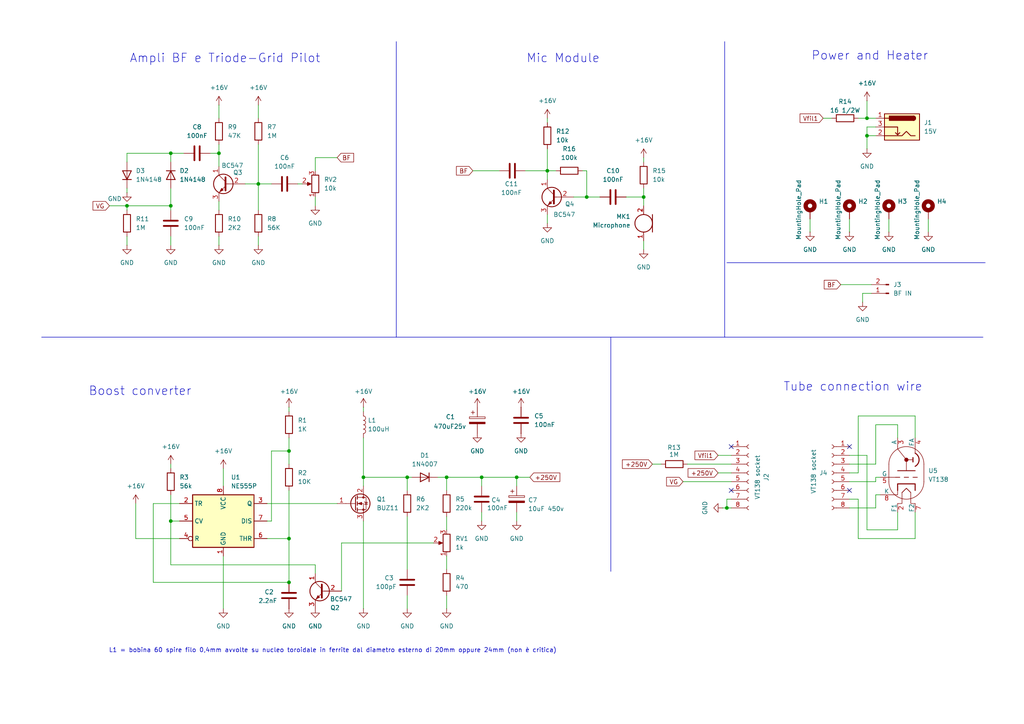
<source format=kicad_sch>
(kicad_sch (version 20231120) (generator "eeschema") (generator_version "8.0")
  (paper "A4")
  (title_block (title "Magic-eye  V-Meter") (date "10/12/2024") (rev "1.0") (company "Scorpione.Maker"))
  (lib_symbols
    (symbol "Connector:Barrel_Jack_Switch" (pin_names hide)
      (property "Reference" "J" (at 0 5.334 0))
      (property "Value" "Barrel_Jack_Switch" (at 0 -5.08 0))
      (symbol "Barrel_Jack_Switch_0_1"
        (rectangle (start -5.08 3.81) (end 5.08 -3.81) (stroke (width 0.254)) (fill (type background)))
        (arc (start -3.302 3.175) (mid -3.9343 2.54) (end -3.302 1.905) (stroke (width 0.254)))
        (arc (start -3.302 3.175) (mid -3.9343 2.54) (end -3.302 1.905) (stroke (width 0.254)) (fill (type outline)))
        (polyline (pts (xy 1.27 -2.286) (xy 1.905 -1.651)) (stroke (width 0.254)))
        (polyline (pts (xy 5.08 2.54) (xy 3.81 2.54)) (stroke (width 0.254)))
        (polyline (pts (xy 5.08 0) (xy 1.27 0) (xy 1.27 -2.286) (xy 0.635 -1.651)) (stroke (width 0.254)))
        (polyline (pts (xy -3.81 -2.54) (xy -2.54 -2.54) (xy -1.27 -1.27) (xy 0 -2.54) (xy 2.54 -2.54) (xy 5.08 -2.54)) (stroke (width 0.254)))
        (rectangle (start 3.683 3.175) (end -3.302 1.905) (stroke (width 0.254)) (fill (type outline)))
      )
      (symbol "Barrel_Jack_Switch_1_1"
        (pin passive line (at 7.62 2.54 180) (length 2.54) (name "~") (number "1"))
        (pin passive line (at 7.62 -2.54 180) (length 2.54) (name "~") (number "2"))
        (pin passive line (at 7.62 0 180) (length 2.54) (name "~") (number "3"))
      )
    )
    (symbol "Connector:Conn_01x02_Pin" (pin_names (offset 1.016) hide)
      (property "Reference" "J" (at 0 2.54 0))
      (property "Value" "Conn_01x02_Pin" (at 0 -5.08 0))
      (symbol "Conn_01x02_Pin_1_1"
        (polyline (pts (xy 1.27 -2.54) (xy 0.8636 -2.54)) (stroke (width 0.1524)))
        (polyline (pts (xy 1.27 0) (xy 0.8636 0)) (stroke (width 0.1524)))
        (rectangle (start 0.8636 -2.413) (end 0 -2.667) (stroke (width 0.1524)) (fill (type outline)))
        (rectangle (start 0.8636 0.127) (end 0 -0.127) (stroke (width 0.1524)) (fill (type outline)))
        (pin passive line (at 5.08 0 180) (length 3.81) (name "Pin_1") (number "1"))
        (pin passive line (at 5.08 -2.54 180) (length 3.81) (name "Pin_2") (number "2"))
      )
    )
    (symbol "Connector:Conn_01x08_Socket" (pin_names (offset 1.016) hide)
      (property "Reference" "J" (at 0 10.16 0))
      (property "Value" "Conn_01x08_Socket" (at 0 -12.7 0))
      (symbol "Conn_01x08_Socket_1_1"
        (arc (start 0 -9.652) (mid -0.5058 -10.16) (end 0 -10.668) (stroke (width 0.1524)))
        (arc (start 0 -7.112) (mid -0.5058 -7.62) (end 0 -8.128) (stroke (width 0.1524)))
        (arc (start 0 -4.572) (mid -0.5058 -5.08) (end 0 -5.588) (stroke (width 0.1524)))
        (arc (start 0 -2.032) (mid -0.5058 -2.54) (end 0 -3.048) (stroke (width 0.1524)))
        (polyline (pts (xy -1.27 -10.16) (xy -0.508 -10.16)) (stroke (width 0.1524)))
        (polyline (pts (xy -1.27 -7.62) (xy -0.508 -7.62)) (stroke (width 0.1524)))
        (polyline (pts (xy -1.27 -5.08) (xy -0.508 -5.08)) (stroke (width 0.1524)))
        (polyline (pts (xy -1.27 -2.54) (xy -0.508 -2.54)) (stroke (width 0.1524)))
        (polyline (pts (xy -1.27 0) (xy -0.508 0)) (stroke (width 0.1524)))
        (polyline (pts (xy -1.27 2.54) (xy -0.508 2.54)) (stroke (width 0.1524)))
        (polyline (pts (xy -1.27 5.08) (xy -0.508 5.08)) (stroke (width 0.1524)))
        (polyline (pts (xy -1.27 7.62) (xy -0.508 7.62)) (stroke (width 0.1524)))
        (arc (start 0 0.508) (mid -0.5058 0) (end 0 -0.508) (stroke (width 0.1524)))
        (arc (start 0 3.048) (mid -0.5058 2.54) (end 0 2.032) (stroke (width 0.1524)))
        (arc (start 0 5.588) (mid -0.5058 5.08) (end 0 4.572) (stroke (width 0.1524)))
        (arc (start 0 8.128) (mid -0.5058 7.62) (end 0 7.112) (stroke (width 0.1524)))
        (pin passive line (at -5.08 7.62 0) (length 3.81) (name "Pin_1") (number "1"))
        (pin passive line (at -5.08 5.08 0) (length 3.81) (name "Pin_2") (number "2"))
        (pin passive line (at -5.08 2.54 0) (length 3.81) (name "Pin_3") (number "3"))
        (pin passive line (at -5.08 0 0) (length 3.81) (name "Pin_4") (number "4"))
        (pin passive line (at -5.08 -2.54 0) (length 3.81) (name "Pin_5") (number "5"))
        (pin passive line (at -5.08 -5.08 0) (length 3.81) (name "Pin_6") (number "6"))
        (pin passive line (at -5.08 -7.62 0) (length 3.81) (name "Pin_7") (number "7"))
        (pin passive line (at -5.08 -10.16 0) (length 3.81) (name "Pin_8") (number "8"))
      )
    )
    (symbol "Device:C" (pin_numbers hide) (pin_names (offset 0.254))
      (property "Reference" "C" (at 0.635 2.54 0))
      (property "Value" "C" (at 0.635 -2.54 0))
      (symbol "C_0_1"
        (polyline (pts (xy -2.032 -0.762) (xy 2.032 -0.762)) (stroke (width 0.508)))
        (polyline (pts (xy -2.032 0.762) (xy 2.032 0.762)) (stroke (width 0.508)))
      )
      (symbol "C_1_1"
        (pin passive line (at 0 3.81 270) (length 2.794) (name "~") (number "1"))
        (pin passive line (at 0 -3.81 90) (length 2.794) (name "~") (number "2"))
      )
    )
    (symbol "Device:C_Polarized" (pin_numbers hide) (pin_names (offset 0.254))
      (property "Reference" "C" (at 0.635 2.54 0))
      (property "Value" "C_Polarized" (at 0.635 -2.54 0))
      (symbol "C_Polarized_0_1"
        (rectangle (start -2.286 0.508) (end 2.286 1.016))
        (polyline (pts (xy -1.778 2.286) (xy -0.762 2.286)))
        (polyline (pts (xy -1.27 2.794) (xy -1.27 1.778)))
        (rectangle (start 2.286 -0.508) (end -2.286 -1.016) (fill (type outline)))
      )
      (symbol "C_Polarized_1_1"
        (pin passive line (at 0 3.81 270) (length 2.794) (name "~") (number "1"))
        (pin passive line (at 0 -3.81 90) (length 2.794) (name "~") (number "2"))
      )
    )
    (symbol "Device:L" (pin_numbers hide) (pin_names (offset 1.016) hide)
      (property "Reference" "L" (at -1.27 0 90))
      (property "Value" "L" (at 1.905 0 90))
      (symbol "L_0_1"
        (arc (start 0 -2.54) (mid 0.6323 -1.905) (end 0 -1.27))
        (arc (start 0 -1.27) (mid 0.6323 -0.635) (end 0 0))
        (arc (start 0 0) (mid 0.6323 0.635) (end 0 1.27))
        (arc (start 0 1.27) (mid 0.6323 1.905) (end 0 2.54))
      )
      (symbol "L_1_1"
        (pin passive line (at 0 3.81 270) (length 1.27) (name "1") (number "1"))
        (pin passive line (at 0 -3.81 90) (length 1.27) (name "2") (number "2"))
      )
    )
    (symbol "Device:Microphone" (pin_names (offset 0.0254) hide)
      (property "Reference" "MK" (at -3.81 1.27 0))
      (property "Value" "Microphone" (at -3.81 -0.635 0))
      (symbol "Microphone_0_1"
        (polyline (pts (xy -2.54 2.54) (xy -2.54 -2.54)) (stroke (width 0.254)))
        (polyline (pts (xy 0.254 3.81) (xy 0.762 3.81)))
        (polyline (pts (xy 0.508 4.064) (xy 0.508 3.556)))
        (circle (center 0 0) (radius 2.54) (stroke (width 0.254)))
      )
      (symbol "Microphone_1_1"
        (pin passive line (at 0 -5.08 90) (length 2.54) (name "-") (number "1"))
        (pin passive line (at 0 5.08 270) (length 2.54) (name "+") (number "2"))
      )
    )
    (symbol "Device:R" (pin_numbers hide) (pin_names (offset 0))
      (property "Reference" "R" (at 2.032 0 90))
      (property "Value" "R" (at 0 0 90))
      (symbol "R_0_1"
        (rectangle (start -1.016 -2.54) (end 1.016 2.54) (stroke (width 0.254)))
      )
      (symbol "R_1_1"
        (pin passive line (at 0 3.81 270) (length 1.27) (name "~") (number "1"))
        (pin passive line (at 0 -3.81 90) (length 1.27) (name "~") (number "2"))
      )
    )
    (symbol "Device:R_Potentiometer" (pin_names (offset 1.016) hide)
      (property "Reference" "RV" (at -4.445 0 90))
      (property "Value" "R_Potentiometer" (at -2.54 0 90))
      (symbol "R_Potentiometer_0_1"
        (polyline (pts (xy 2.54 0) (xy 1.524 0)))
        (polyline (pts (xy 1.143 0) (xy 2.286 0.508) (xy 2.286 -0.508) (xy 1.143 0)) (fill (type outline)))
        (rectangle (start 1.016 2.54) (end -1.016 -2.54) (stroke (width 0.254)))
      )
      (symbol "R_Potentiometer_1_1"
        (pin passive line (at 0 3.81 270) (length 1.27) (name "1") (number "1"))
        (pin passive line (at 3.81 0 180) (length 1.27) (name "2") (number "2"))
        (pin passive line (at 0 -3.81 90) (length 1.27) (name "3") (number "3"))
      )
    )
    (symbol "Diode:1N4007" (pin_numbers hide) (pin_names hide)
      (property "Reference" "D" (at 0 2.54 0))
      (property "Value" "1N4007" (at 0 -2.54 0))
      (symbol "1N4007_0_1"
        (polyline (pts (xy -1.27 1.27) (xy -1.27 -1.27)) (stroke (width 0.254)))
        (polyline (pts (xy 1.27 0) (xy -1.27 0)))
        (polyline (pts (xy 1.27 1.27) (xy 1.27 -1.27) (xy -1.27 0) (xy 1.27 1.27)) (stroke (width 0.254)))
      )
      (symbol "1N4007_1_1"
        (pin passive line (at -3.81 0 0) (length 2.54) (name "K") (number "1"))
        (pin passive line (at 3.81 0 180) (length 2.54) (name "A") (number "2"))
      )
    )
    (symbol "Diode:1N4148" (pin_numbers hide) (pin_names hide)
      (property "Reference" "D" (at 0 2.54 0))
      (property "Value" "1N4148" (at 0 -2.54 0))
      (symbol "1N4148_0_1"
        (polyline (pts (xy -1.27 1.27) (xy -1.27 -1.27)) (stroke (width 0.254)))
        (polyline (pts (xy 1.27 0) (xy -1.27 0)))
        (polyline (pts (xy 1.27 1.27) (xy 1.27 -1.27) (xy -1.27 0) (xy 1.27 1.27)) (stroke (width 0.254)))
      )
      (symbol "1N4148_1_1"
        (pin passive line (at -3.81 0 0) (length 2.54) (name "K") (number "1"))
        (pin passive line (at 3.81 0 180) (length 2.54) (name "A") (number "2"))
      )
    )
    (symbol "Mechanical:MountingHole_Pad" (pin_numbers hide) (pin_names (offset 1.016) hide) (exclude_from_sim yes) (in_bom no)
      (property "Reference" "H" (at 0 6.35 0))
      (property "Value" "MountingHole_Pad" (at 0 4.445 0))
      (symbol "MountingHole_Pad_0_1"
        (circle (center 0 1.27) (radius 1.27) (stroke (width 1.27)))
      )
      (symbol "MountingHole_Pad_1_1"
        (pin input line (at 0 -2.54 90) (length 2.54) (name "1") (number "1"))
      )
    )
    (symbol "Timer:NE555P"
      (property "Reference" "U" (at -10.16 8.89 0))
      (property "Value" "NE555P" (at 2.54 8.89 0))
      (symbol "NE555P_0_0"
        (pin power_in line (at 0 -10.16 90) (length 2.54) (name "GND") (number "1"))
        (pin power_in line (at 0 10.16 270) (length 2.54) (name "VCC") (number "8"))
      )
      (symbol "NE555P_0_1"
        (rectangle (start -8.89 -7.62) (end 8.89 7.62) (stroke (width 0.254)) (fill (type background)))
        (rectangle (start -8.89 -7.62) (end 8.89 7.62) (stroke (width 0.254)) (fill (type background)))
      )
      (symbol "NE555P_1_1"
        (pin input line (at -12.7 5.08 0) (length 3.81) (name "TR") (number "2"))
        (pin output line (at 12.7 5.08 180) (length 3.81) (name "Q") (number "3"))
        (pin input inverted (at -12.7 -5.08 0) (length 3.81) (name "R") (number "4"))
        (pin input line (at -12.7 0 0) (length 3.81) (name "CV") (number "5"))
        (pin input line (at 12.7 -5.08 180) (length 3.81) (name "THR") (number "6"))
        (pin input line (at 12.7 0 180) (length 3.81) (name "DIS") (number "7"))
      )
    )
    (symbol "Transistor_BJT:BC547" (pin_names (offset 0) hide)
      (property "Reference" "Q" (at 5.08 1.905 0))
      (property "Value" "BC547" (at 5.08 0 0))
      (symbol "BC547_0_1"
        (polyline (pts (xy 0 0) (xy 0.635 0)))
        (polyline (pts (xy 0.635 0.635) (xy 2.54 2.54)))
        (polyline (pts (xy 0.635 -0.635) (xy 2.54 -2.54) (xy 2.54 -2.54)))
        (polyline (pts (xy 0.635 1.905) (xy 0.635 -1.905) (xy 0.635 -1.905)) (stroke (width 0.508)))
        (polyline (pts (xy 1.27 -1.778) (xy 1.778 -1.27) (xy 2.286 -2.286) (xy 1.27 -1.778) (xy 1.27 -1.778)) (fill (type outline)))
        (circle (center 1.27 0) (radius 2.8194) (stroke (width 0.254)))
      )
      (symbol "BC547_1_1"
        (pin passive line (at 2.54 5.08 270) (length 2.54) (name "C") (number "1"))
        (pin input line (at -5.08 0 0) (length 5.08) (name "B") (number "2"))
        (pin passive line (at 2.54 -5.08 90) (length 2.54) (name "E") (number "3"))
      )
    )
    (symbol "Transistor_FET:BUZ11" (pin_names hide)
      (property "Reference" "Q" (at 5.08 1.905 0))
      (property "Value" "BUZ11" (at 5.08 0 0))
      (symbol "BUZ11_0_1"
        (polyline (pts (xy 0.254 0) (xy -2.54 0)))
        (polyline (pts (xy 0.254 1.905) (xy 0.254 -1.905)) (stroke (width 0.254)))
        (polyline (pts (xy 0.762 -1.27) (xy 0.762 -2.286)) (stroke (width 0.254)))
        (polyline (pts (xy 0.762 0.508) (xy 0.762 -0.508)) (stroke (width 0.254)))
        (polyline (pts (xy 0.762 2.286) (xy 0.762 1.27)) (stroke (width 0.254)))
        (polyline (pts (xy 2.54 2.54) (xy 2.54 1.778)))
        (polyline (pts (xy 2.54 -2.54) (xy 2.54 0) (xy 0.762 0)))
        (polyline (pts (xy 0.762 -1.778) (xy 3.302 -1.778) (xy 3.302 1.778) (xy 0.762 1.778)))
        (polyline (pts (xy 1.016 0) (xy 2.032 0.381) (xy 2.032 -0.381) (xy 1.016 0)) (fill (type outline)))
        (polyline (pts (xy 2.794 0.508) (xy 2.921 0.381) (xy 3.683 0.381) (xy 3.81 0.254)))
        (polyline (pts (xy 3.302 0.381) (xy 2.921 -0.254) (xy 3.683 -0.254) (xy 3.302 0.381)))
        (circle (center 1.651 0) (radius 2.794) (stroke (width 0.254)))
        (circle (center 2.54 -1.778) (radius 0.254) (fill (type outline)))
        (circle (center 2.54 1.778) (radius 0.254) (fill (type outline)))
      )
      (symbol "BUZ11_1_1"
        (pin input line (at -5.08 0 0) (length 2.54) (name "G") (number "1"))
        (pin passive line (at 2.54 5.08 270) (length 2.54) (name "D") (number "2"))
        (pin passive line (at 2.54 -5.08 90) (length 2.54) (name "S") (number "3"))
      )
    )
    (symbol "Valve:VT138" (pin_names (offset 0))
      (property "Reference" "U2" (at 6.35 1.2701 0))
      (property "Value" "VT138" (at 6.35 -1.2699 0))
      (symbol "VT138_0_1"
        (arc (start -5.08 -2.54) (mid 0 -7.5979) (end 5.08 -2.54))
        (polyline (pts (xy 5.08 2.54) (xy 5.08 -2.54)))
        (polyline (pts (xy -5.08 2.54) (xy -5.08 -2.54) (xy -5.08 -2.54)))
        (arc (start 5.08 2.54) (mid 0 7.5979) (end -5.08 2.54))
      )
      (symbol "VT138_1_0"
        (polyline (pts (xy -0.635 -1.27) (xy 0.635 -1.27)) (stroke (width 0.2032)))
        (polyline (pts (xy 1.905 -1.27) (xy 3.175 -1.27)) (stroke (width 0.2032)))
      )
      (symbol "VT138_1_1"
        (polyline (pts (xy -5.08 -1.27) (xy -3.175 -1.27)))
        (polyline (pts (xy -1.905 -1.27) (xy -3.175 -1.27)) (stroke (width 0.2032)))
        (polyline (pts (xy 0 0.635) (xy 0 3.81)))
        (polyline (pts (xy 1.778 5.08) (xy 1.778 5.08)))
        (polyline (pts (xy 1.905 3.81) (xy 0 3.81)))
        (polyline (pts (xy 1.905 4.445) (xy 1.905 3.175)) (stroke (width 0.3)))
        (polyline (pts (xy 2.54 7.62) (xy 2.54 5.715)))
        (polyline (pts (xy -3.81 -6.35) (xy -2.54 -6.35) (xy -2.54 -5.08)))
        (polyline (pts (xy -2.54 -8.89) (xy -1.27 -8.89) (xy -1.27 -5.715)))
        (polyline (pts (xy -2.54 0.635) (xy 2.54 0.635) (xy 2.54 0.635)) (stroke (width 0.254)))
        (polyline (pts (xy -1.27 -5.715) (xy 0 -4.445) (xy 1.27 -5.715)) (stroke (width 0.2)))
        (polyline (pts (xy 0 3.81) (xy -2.54 6.985) (xy -2.54 7.62)))
        (polyline (pts (xy 2.54 -8.89) (xy 1.27 -8.89) (xy 1.27 -5.715)))
        (polyline (pts (xy -2.54 -5.08) (xy -2.54 -3.175) (xy 2.54 -3.175) (xy 2.54 -5.08)) (stroke (width 0.3)))
        (circle (center 0 3.81) (radius 0.0001) (stroke (width 0.6)))
        (arc (start 2.54 1.905) (mid 3.6821 3.81) (end 2.54 5.715) (stroke (width 0.3)))
        (pin input line (at -2.54 -11.43 90) (length 2.54) (name "F1") (number "2"))
        (pin output line (at -2.54 10.16 270) (length 2.54) (name "A") (number "3"))
        (pin output line (at 2.54 10.16 270) (length 2.54) (name "FA") (number "4"))
        (pin input line (at -7.62 -1.27 0) (length 2.54) (name "G") (number "5"))
        (pin input line (at 2.54 -11.43 90) (length 2.54) (name "F2") (number "7"))
        (pin power_in line (at -7.62 -6.35 0) (length 3.81) (name "K") (number "8"))
      )
    )
    (symbol "power:GND" (power) (pin_numbers hide) (pin_names (offset 0) hide)
      (property "Value" "GND" (at 0 -3.81 0))
      (symbol "GND_0_1"
        (polyline (pts (xy 0 0) (xy 0 -1.27) (xy 1.27 -1.27) (xy 0 -2.54) (xy -1.27 -1.27) (xy 0 -1.27)))
      )
      (symbol "GND_1_1"
        (pin power_in line (at 0 0 270) (length 0) (name "~") (number "1"))
      )
    )
    (symbol "power:VDC" (power) (pin_numbers hide) (pin_names (offset 0) hide)
      (property "Value" "VDC" (at 0 3.556 0))
      (symbol "VDC_0_1"
        (polyline (pts (xy -0.762 1.27) (xy 0 2.54)))
        (polyline (pts (xy 0 0) (xy 0 2.54)))
        (polyline (pts (xy 0 2.54) (xy 0.762 1.27)))
      )
      (symbol "VDC_1_1"
        (pin power_in line (at 0 0 90) (length 0) (name "~") (number "1"))
      )
    )
  )
  (junction (at 83.82 130.81))
  (junction (at 149.86 138.43))
  (junction (at 186.69 57.15))
  (junction (at 105.41 138.43))
  (junction (at 251.46 34.29))
  (junction (at 83.82 168.91))
  (junction (at 118.11 138.43))
  (junction (at 74.93 53.34))
  (junction (at 49.53 151.13))
  (junction (at 210.82 147.32))
  (junction (at 139.7 138.43))
  (junction (at 251.46 39.37))
  (junction (at 170.18 57.15))
  (junction (at 83.82 156.21))
  (junction (at 49.53 44.45))
  (junction (at 158.75 49.53))
  (junction (at 49.53 59.69))
  (junction (at 36.83 59.69))
  (junction (at 63.5 44.45))
  (junction (at 129.54 138.43))
  (no_connect (at 246.38 142.24))
  (no_connect (at 246.38 129.54))
  (no_connect (at 212.09 129.54))
  (no_connect (at 212.09 142.24))
  (wire (pts (xy 139.7 138.43) (xy 139.7 140.97)))
  (wire (pts (xy 44.45 168.91) (xy 83.82 168.91)))
  (wire (pts (xy 158.75 49.53) (xy 158.75 52.07)))
  (wire (pts (xy 139.7 138.43) (xy 149.86 138.43)))
  (wire (pts (xy 49.53 151.13) (xy 49.53 163.83)))
  (wire (pts (xy 251.46 34.29) (xy 248.92 34.29)))
  (wire (pts (xy 186.69 69.85) (xy 186.69 72.39)))
  (wire (pts (xy 118.11 138.43) (xy 119.38 138.43)))
  (wire (pts (xy 137.16 49.53) (xy 144.78 49.53)))
  (wire (pts (xy 149.86 148.59) (xy 149.86 151.13)))
  (wire (pts (xy 36.83 59.69) (xy 36.83 60.96)))
  (wire (pts (xy 254 138.43) (xy 255.27 138.43)))
  (wire (pts (xy 60.96 44.45) (xy 63.5 44.45)))
  (wire (pts (xy 139.7 151.13) (xy 139.7 148.59)))
  (wire (pts (xy 36.83 54.61) (xy 36.83 55.88)))
  (wire (pts (xy 181.61 57.15) (xy 186.69 57.15)))
  (wire (pts (xy 257.81 63.5) (xy 257.81 67.31)))
  (wire (pts (xy 212.09 139.7) (xy 198.12 139.7)))
  (polyline (pts (xy 210.82 76.2) (xy 285.75 76.2)))
  (wire (pts (xy 105.41 138.43) (xy 105.41 140.97)))
  (wire (pts (xy 63.5 44.45) (xy 63.5 48.26)))
  (wire (pts (xy 212.09 134.62) (xy 199.39 134.62)))
  (wire (pts (xy 251.46 29.21) (xy 251.46 34.29)))
  (wire (pts (xy 246.38 63.5) (xy 246.38 67.31)))
  (wire (pts (xy 170.18 49.53) (xy 170.18 57.15)))
  (wire (pts (xy 44.45 146.05) (xy 44.45 168.91)))
  (wire (pts (xy 74.93 30.48) (xy 74.93 34.29)))
  (wire (pts (xy 260.35 153.67) (xy 260.35 148.59)))
  (wire (pts (xy 105.41 138.43) (xy 118.11 138.43)))
  (wire (pts (xy 250.19 85.09) (xy 250.19 87.63)))
  (wire (pts (xy 170.18 57.15) (xy 173.99 57.15)))
  (wire (pts (xy 166.37 57.15) (xy 170.18 57.15)))
  (wire (pts (xy 105.41 119.38) (xy 105.41 118.11)))
  (wire (pts (xy 83.82 168.91) (xy 83.82 156.21)))
  (wire (pts (xy 251.46 153.67) (xy 260.35 153.67)))
  (wire (pts (xy 99.06 157.48) (xy 125.73 157.48)))
  (wire (pts (xy 251.46 36.83) (xy 251.46 39.37)))
  (wire (pts (xy 246.38 134.62) (xy 254 134.62)))
  (wire (pts (xy 254 39.37) (xy 251.46 39.37)))
  (wire (pts (xy 186.69 54.61) (xy 186.69 57.15)))
  (wire (pts (xy 149.86 138.43) (xy 153.67 138.43)))
  (wire (pts (xy 243.84 82.55) (xy 252.73 82.55)))
  (wire (pts (xy 158.75 43.18) (xy 158.75 49.53)))
  (wire (pts (xy 31.75 59.69) (xy 36.83 59.69)))
  (wire (pts (xy 49.53 163.83) (xy 91.44 163.83)))
  (wire (pts (xy 265.43 120.65) (xy 265.43 127)))
  (wire (pts (xy 91.44 45.72) (xy 97.79 45.72)))
  (wire (pts (xy 265.43 156.21) (xy 265.43 148.59)))
  (wire (pts (xy 83.82 130.81) (xy 78.74 130.81)))
  (wire (pts (xy 83.82 130.81) (xy 83.82 134.62)))
  (wire (pts (xy 74.93 68.58) (xy 74.93 71.12)))
  (wire (pts (xy 251.46 39.37) (xy 251.46 43.18)))
  (wire (pts (xy 254 123.19) (xy 260.35 123.19)))
  (wire (pts (xy 91.44 163.83) (xy 91.44 166.37)))
  (wire (pts (xy 212.09 144.78) (xy 210.82 144.78)))
  (wire (pts (xy 168.91 49.53) (xy 170.18 49.53)))
  (wire (pts (xy 251.46 132.08) (xy 251.46 153.67)))
  (wire (pts (xy 63.5 68.58) (xy 63.5 71.12)))
  (wire (pts (xy 91.44 57.15) (xy 91.44 59.69)))
  (wire (pts (xy 129.54 149.86) (xy 129.54 153.67)))
  (wire (pts (xy 78.74 130.81) (xy 78.74 151.13)))
  (wire (pts (xy 78.74 151.13) (xy 77.47 151.13)))
  (wire (pts (xy 158.75 49.53) (xy 161.29 49.53)))
  (wire (pts (xy 36.83 68.58) (xy 36.83 71.12)))
  (polyline (pts (xy 114.935 12.065) (xy 114.935 97.79)))
  (wire (pts (xy 186.69 57.15) (xy 186.69 59.69)))
  (wire (pts (xy 39.37 146.05) (xy 39.37 156.21)))
  (wire (pts (xy 86.36 53.34) (xy 87.63 53.34)))
  (wire (pts (xy 149.86 138.43) (xy 149.86 140.97)))
  (wire (pts (xy 254 134.62) (xy 254 123.19)))
  (polyline (pts (xy 177.165 97.79) (xy 177.165 165.735)))
  (wire (pts (xy 49.53 59.69) (xy 36.83 59.69)))
  (wire (pts (xy 248.92 120.65) (xy 265.43 120.65)))
  (wire (pts (xy 49.53 59.69) (xy 49.53 60.96)))
  (wire (pts (xy 254 139.7) (xy 254 138.43)))
  (wire (pts (xy 248.92 137.16) (xy 248.92 120.65)))
  (wire (pts (xy 248.92 144.78) (xy 248.92 156.21)))
  (wire (pts (xy 254 147.32) (xy 254 143.51)))
  (wire (pts (xy 210.82 147.32) (xy 209.55 147.32)))
  (wire (pts (xy 246.38 144.78) (xy 248.92 144.78)))
  (wire (pts (xy 64.77 135.89) (xy 64.77 140.97)))
  (wire (pts (xy 74.93 53.34) (xy 78.74 53.34)))
  (wire (pts (xy 77.47 146.05) (xy 97.79 146.05)))
  (wire (pts (xy 83.82 127) (xy 83.82 130.81)))
  (wire (pts (xy 129.54 172.72) (xy 129.54 176.53)))
  (wire (pts (xy 234.95 63.5) (xy 234.95 67.31)))
  (wire (pts (xy 49.53 68.58) (xy 49.53 71.12)))
  (wire (pts (xy 241.3 34.29) (xy 238.76 34.29)))
  (wire (pts (xy 74.93 41.91) (xy 74.93 53.34)))
  (wire (pts (xy 49.53 143.51) (xy 49.53 151.13)))
  (wire (pts (xy 158.75 34.29) (xy 158.75 35.56)))
  (wire (pts (xy 152.4 49.53) (xy 158.75 49.53)))
  (wire (pts (xy 129.54 138.43) (xy 139.7 138.43)))
  (wire (pts (xy 186.69 45.72) (xy 186.69 46.99)))
  (polyline (pts (xy 12.065 97.79) (xy 285.115 97.79)))
  (wire (pts (xy 63.5 41.91) (xy 63.5 44.45)))
  (wire (pts (xy 118.11 149.86) (xy 118.11 165.1)))
  (wire (pts (xy 77.47 156.21) (xy 83.82 156.21)))
  (wire (pts (xy 127 138.43) (xy 129.54 138.43)))
  (wire (pts (xy 129.54 161.29) (xy 129.54 165.1)))
  (wire (pts (xy 260.35 123.19) (xy 260.35 127)))
  (wire (pts (xy 39.37 156.21) (xy 52.07 156.21)))
  (wire (pts (xy 254 36.83) (xy 251.46 36.83)))
  (wire (pts (xy 191.77 134.62) (xy 189.23 134.62)))
  (wire (pts (xy 212.09 132.08) (xy 208.28 132.08)))
  (wire (pts (xy 53.34 44.45) (xy 49.53 44.45)))
  (wire (pts (xy 83.82 119.38) (xy 83.82 118.11)))
  (wire (pts (xy 246.38 139.7) (xy 254 139.7)))
  (wire (pts (xy 246.38 147.32) (xy 254 147.32)))
  (wire (pts (xy 212.09 137.16) (xy 208.28 137.16)))
  (wire (pts (xy 99.06 171.45) (xy 99.06 157.48)))
  (wire (pts (xy 105.41 151.13) (xy 105.41 176.53)))
  (wire (pts (xy 248.92 156.21) (xy 265.43 156.21)))
  (wire (pts (xy 36.83 44.45) (xy 36.83 46.99)))
  (wire (pts (xy 158.75 62.23) (xy 158.75 64.77)))
  (wire (pts (xy 105.41 127) (xy 105.41 138.43)))
  (wire (pts (xy 210.82 144.78) (xy 210.82 147.32)))
  (wire (pts (xy 212.09 147.32) (xy 210.82 147.32)))
  (wire (pts (xy 254 143.51) (xy 255.27 143.51)))
  (wire (pts (xy 246.38 137.16) (xy 248.92 137.16)))
  (wire (pts (xy 118.11 172.72) (xy 118.11 176.53)))
  (wire (pts (xy 246.38 132.08) (xy 251.46 132.08)))
  (wire (pts (xy 254 34.29) (xy 251.46 34.29)))
  (wire (pts (xy 118.11 138.43) (xy 118.11 142.24)))
  (wire (pts (xy 63.5 58.42) (xy 63.5 60.96)))
  (wire (pts (xy 49.53 54.61) (xy 49.53 59.69)))
  (wire (pts (xy 129.54 138.43) (xy 129.54 142.24)))
  (wire (pts (xy 74.93 53.34) (xy 74.93 60.96)))
  (wire (pts (xy 269.24 63.5) (xy 269.24 67.31)))
  (wire (pts (xy 64.77 161.29) (xy 64.77 176.53)))
  (wire (pts (xy 44.45 146.05) (xy 52.07 146.05)))
  (wire (pts (xy 49.53 44.45) (xy 36.83 44.45)))
  (wire (pts (xy 63.5 30.48) (xy 63.5 34.29)))
  (wire (pts (xy 49.53 44.45) (xy 49.53 46.99)))
  (wire (pts (xy 83.82 142.24) (xy 83.82 156.21)))
  (wire (pts (xy 252.73 85.09) (xy 250.19 85.09)))
  (wire (pts (xy 71.12 53.34) (xy 74.93 53.34)))
  (polyline (pts (xy 210.185 12.065) (xy 210.185 97.79)))
  (wire (pts (xy 49.53 134.62) (xy 49.53 135.89)))
  (wire (pts (xy 49.53 151.13) (xy 52.07 151.13)))
  (wire (pts (xy 91.44 45.72) (xy 91.44 49.53)))
  (text "Boost converter" (at 40.64 113.538 0) (effects (font (size 2.5 2.5))))
  (text "Power and Heater " (at 253.238 16.256 0) (effects (font (size 2.5 2.5))))
  (text "Mic Module" (at 163.322 17.018 0) (effects (font (size 2.5 2.5))))
  (text "Tube connection wire" (at 247.396 112.268 0) (effects (font (size 2.5 2.5))))
  (text "L1 = bobina 60 spire filo 0,4mm avvolte su nucleo toroidale in ferrite dal diametro esterno di 20mm oppure 24mm (non è critica)" (at 96.52 188.722 0) (effects (font (size 1.27 1.27))))
  (text "Ampli BF e Triode-Grid Pilot" (at 65.278 17.018 0) (effects (font (size 2.5 2.5))))
  (global_label "BF" (shape input) (at 97.79 45.72 0) (property "Intersheetrefs" "${INTERSHEET_REFS}" (effects (hide yes))))
  (global_label "+250V" (shape input) (at 153.67 138.43 0) (property "Intersheetrefs" "${INTERSHEET_REFS}" (effects (hide yes))))
  (global_label "BF" (shape input) (at 137.16 49.53 180) (property "Intersheetrefs" "${INTERSHEET_REFS}" (effects (hide yes))))
  (global_label "Vfil1" (shape input) (at 208.28 132.08 180) (property "Intersheetrefs" "${INTERSHEET_REFS}" (effects (hide yes))))
  (global_label "VG" (shape input) (at 31.75 59.69 180) (property "Intersheetrefs" "${INTERSHEET_REFS}" (effects (hide yes))))
  (global_label "BF" (shape input) (at 243.84 82.55 180) (property "Intersheetrefs" "${INTERSHEET_REFS}" (effects (hide yes))))
  (global_label "Vfil1" (shape input) (at 238.76 34.29 180) (property "Intersheetrefs" "${INTERSHEET_REFS}" (effects (hide yes))))
  (global_label "+250V" (shape input) (at 189.23 134.62 180) (property "Intersheetrefs" "${INTERSHEET_REFS}" (effects (hide yes))))
  (global_label "VG" (shape input) (at 198.12 139.7 180) (property "Intersheetrefs" "${INTERSHEET_REFS}" (effects (hide yes))))
  (global_label "+250V" (shape input) (at 208.28 137.16 180) (property "Intersheetrefs" "${INTERSHEET_REFS}" (effects (hide yes))))
  (symbol (lib_id "power:GND") (at 149.86 151.13 0) (unit 1)
    (property "Reference" "#PWR011" (effects (hide yes)))
    (property "Value" "GND" (at 149.86 156.21 0))
    (property "Description" "Power symbol creates a global label with name \"GND\" , ground" (effects (hide yes)))
  )
  (symbol (lib_id "power:GND") (at 83.82 176.53 0) (unit 1)
    (property "Reference" "#PWR04" (effects (hide yes)))
    (property "Value" "GND" (at 83.82 181.61 0))
    (property "Description" "Power symbol creates a global label with name \"GND\" , ground" (effects (hide yes)))
  )
  (symbol (lib_id "Connector:Conn_01x08_Socket") (at 217.17 137.16 0) (unit 1)
    (property "Reference" "J2" (at 222.25 138.43 90))
    (property "Value" "VT138 socket" (at 219.71 138.43 90))
    (property "Footprint" "Connector_TE-Connectivity:TE_826576-8_1x08_P3.96mm_Vertical" (effects (hide yes)))
    (property "Description" "Generic connector, single row, 01x08, script generated" (effects (hide yes)))
  )
  (symbol (lib_id "power:GND") (at 234.95 67.31 0) (mirror y) (unit 1)
    (property "Reference" "#PWR034" (effects (hide yes)))
    (property "Value" "GND" (at 234.95 72.39 0))
    (property "Description" "Power symbol creates a global label with name \"GND\" , ground" (effects (hide yes)))
  )
  (symbol (lib_id "power:GND") (at 257.81 67.31 0) (mirror y) (unit 1)
    (property "Reference" "#PWR036" (effects (hide yes)))
    (property "Value" "GND" (at 257.81 72.39 0))
    (property "Description" "Power symbol creates a global label with name \"GND\" , ground" (effects (hide yes)))
  )
  (symbol (lib_id "Valve:VT138") (at 262.89 137.16 0) (unit 1)
    (property "Reference" "U5" (at 269.24 136.5249 0) (effects (justify left)))
    (property "Value" "VT138" (at 269.24 139.0649 0) (effects (justify left)))
    (property "Footprint" "Valve:Valve_Noval_P" (effects (hide yes)))
    (property "Description" "indicator tube \"magic eye\"" (effects (hide yes)))
  )
  (symbol (lib_id "power:VDC") (at 151.13 118.11 0) (unit 1)
    (property "Reference" "#PWR016" (effects (hide yes)))
    (property "Value" "+16V" (at 151.13 113.538 0))
    (property "Description" "Power symbol creates a global label with name \"VDC\"" (effects (hide yes)))
  )
  (symbol (lib_id "power:VDC") (at 105.41 118.11 0) (unit 1)
    (property "Reference" "#PWR017" (effects (hide yes)))
    (property "Value" "+16V" (at 105.41 113.538 0))
    (property "Description" "Power symbol creates a global label with name \"VDC\"" (effects (hide yes)))
  )
  (symbol (lib_id "Transistor_BJT:BC547") (at 93.98 171.45 0) (mirror y) (unit 1)
    (property "Reference" "Q2" (at 98.552 176.276 0) (effects (justify left)))
    (property "Value" "BC547" (at 102.108 173.736 0) (effects (justify left)))
    (property "Footprint" "Package_TO_SOT_THT:TO-92_Inline_Wide" (effects (hide yes)))
    (property "Datasheet" "https://www.onsemi.com/pub/Collateral/BC550-D.pdf" (effects (hide yes)))
    (property "Description" "0.1A Ic, 45V Vce, Small Signal NPN Transistor, TO-92" (effects (hide yes)))
  )
  (symbol (lib_id "power:VDC") (at 138.43 118.11 0) (unit 1)
    (property "Reference" "#PWR014" (effects (hide yes)))
    (property "Value" "+16V" (at 138.43 113.538 0))
    (property "Description" "Power symbol creates a global label with name \"VDC\"" (effects (hide yes)))
  )
  (symbol (lib_id "Device:C_Polarized") (at 138.43 121.92 0) (unit 1)
    (property "Reference" "C1" (at 129.286 120.904 0) (effects (justify left)))
    (property "Value" "470uF25v" (at 125.73 123.698 0) (effects (justify left)))
    (property "Footprint" "Capacitor_THT:CP_Radial_D10.0mm_P5.00mm" (effects (hide yes)))
    (property "Description" "Polarized capacitor" (effects (hide yes)))
  )
  (symbol (lib_id "Device:R") (at 186.69 50.8 180) (unit 1)
    (property "Reference" "R15" (at 189.23 49.5299 0) (effects (justify right)))
    (property "Value" "10k" (at 189.23 52.0699 0) (effects (justify right)))
    (property "Footprint" "Resistor_THT:R_Axial_DIN0207_L6.3mm_D2.5mm_P10.16mm_Horizontal" (effects (hide yes)))
    (property "Description" "Resistor" (effects (hide yes)))
  )
  (symbol (lib_id "power:VDC") (at 39.37 146.05 0) (unit 1)
    (property "Reference" "#PWR020" (effects (hide yes)))
    (property "Value" "+16V" (at 39.37 140.97 0))
    (property "Description" "Power symbol creates a global label with name \"VDC\"" (effects (hide yes)))
  )
  (symbol (lib_id "Timer:NE555P") (at 64.77 151.13 0) (unit 1)
    (property "Reference" "U1" (at 66.9641 138.43 0) (effects (justify left)))
    (property "Value" "NE555P" (at 66.9641 140.97 0) (effects (justify left)))
    (property "Footprint" "Package_DIP:DIP-8_W7.62mm" (effects (hide yes)))
    (property "Datasheet" "http://www.ti.com/lit/ds/symlink/ne555.pdf" (effects (hide yes)))
    (property "Description" "Precision Timers, 555 compatible,  PDIP-8" (effects (hide yes)))
  )
  (symbol (lib_id "power:GND") (at 118.11 176.53 0) (unit 1)
    (property "Reference" "#PWR06" (effects (hide yes)))
    (property "Value" "GND" (at 118.11 181.61 0))
    (property "Description" "Power symbol creates a global label with name \"GND\" , ground" (effects (hide yes)))
  )
  (symbol (lib_id "Mechanical:MountingHole_Pad") (at 269.24 60.96 0) (unit 1) (exclude_from_sim yes) (in_bom no)
    (property "Reference" "H4" (at 271.78 58.4199 0) (effects (justify left)))
    (property "Value" "MountingHole_Pad" (at 265.938 69.596 90) (effects (justify left)))
    (property "Footprint" "MountingHole:MountingHole_3.2mm_M3_DIN965_Pad" (effects (hide yes)))
    (property "Description" "Mounting Hole with connection" (effects (hide yes)))
  )
  (symbol (lib_id "Device:C_Polarized") (at 149.86 144.78 0) (unit 1)
    (property "Reference" "C7" (at 153.162 145.034 0) (effects (justify left)))
    (property "Value" "10uF 450v" (at 153.162 147.574 0) (effects (justify left)))
    (property "Footprint" "Capacitor_THT:CP_Radial_D10.0mm_P5.00mm" (effects (hide yes)))
    (property "Description" "Polarized capacitor" (effects (hide yes)))
  )
  (symbol (lib_id "Connector:Conn_01x02_Pin") (at 257.81 85.09 180) (unit 1)
    (property "Reference" "J3" (at 259.08 82.5499 0) (effects (justify right)))
    (property "Value" "BF IN" (at 259.08 85.0899 0) (effects (justify right)))
    (property "Footprint" "Connector_PinHeader_2.54mm:PinHeader_1x02_P2.54mm_Vertical" (effects (hide yes)))
    (property "Description" "Generic connector, single row, 01x02, script generated" (effects (hide yes)))
  )
  (symbol (lib_id "power:VDC") (at 63.5 30.48 0) (unit 1)
    (property "Reference" "#PWR022" (effects (hide yes)))
    (property "Value" "+16V" (at 63.5 25.4 0))
    (property "Description" "Power symbol creates a global label with name \"VDC\"" (effects (hide yes)))
  )
  (symbol (lib_id "Diode:1N4148") (at 49.53 50.8 270) (unit 1)
    (property "Reference" "D2" (at 52.07 49.5299 90) (effects (justify left)))
    (property "Value" "1N4148" (at 52.07 52.0699 90) (effects (justify left)))
    (property "Footprint" "Diode_THT:D_DO-35_SOD27_P7.62mm_Horizontal" (effects (hide yes)))
    (property "Datasheet" "https://assets.nexperia.com/documents/data-sheet/1N4148_1N4448.pdf" (effects (hide yes)))
    (property "Description" "100V 0.15A standard switching diode, DO-35" (effects (hide yes)))
    (property "Sim.Device" "D" (effects (hide yes)))
    (property "Sim.Pins" "1=K 2=A" (effects (hide yes)))
  )
  (symbol (lib_id "Device:R") (at 195.58 134.62 90) (unit 1)
    (property "Reference" "R13" (at 193.548 129.794 90) (effects (justify right)))
    (property "Value" "1M" (at 194.056 131.826 90) (effects (justify right)))
    (property "Footprint" "Resistor_THT:R_Axial_DIN0207_L6.3mm_D2.5mm_P10.16mm_Horizontal" (effects (hide yes)))
    (property "Description" "Resistor" (effects (hide yes)))
  )
  (symbol (lib_id "Connector:Conn_01x08_Socket") (at 241.3 137.16 0) (mirror y) (unit 1)
    (property "Reference" "J4" (at 240.03 137.1599 0) (effects (justify left)))
    (property "Value" "VT138 socket" (at 235.966 143.256 90) (effects (justify left)))
    (property "Footprint" "Connector_TE-Connectivity:TE_826576-8_1x08_P3.96mm_Vertical" (effects (hide yes)))
    (property "Description" "Generic connector, single row, 01x08, script generated" (effects (hide yes)))
  )
  (symbol (lib_id "Device:R_Potentiometer") (at 91.44 53.34 180) (unit 1)
    (property "Reference" "RV2" (at 93.98 52.0699 0) (effects (justify right)))
    (property "Value" "10k" (at 93.98 54.6099 0) (effects (justify right)))
    (property "Footprint" "Potentiometer_THT:Potentiometer_Vishay_T73XX_Horizontal" (effects (hide yes)))
    (property "Description" "Potentiometer" (effects (hide yes)))
  )
  (symbol (lib_id "Device:R") (at 165.1 49.53 270) (unit 1)
    (property "Reference" "R16" (at 165.1 43.18 90))
    (property "Value" "100k" (at 165.1 45.72 90))
    (property "Footprint" "Resistor_THT:R_Axial_DIN0207_L6.3mm_D2.5mm_P10.16mm_Horizontal" (effects (hide yes)))
    (property "Description" "Resistor" (effects (hide yes)))
  )
  (symbol (lib_id "Device:R") (at 129.54 146.05 0) (unit 1)
    (property "Reference" "R5" (at 132.08 144.7799 0) (effects (justify left)))
    (property "Value" "220k" (at 132.08 147.3199 0) (effects (justify left)))
    (property "Footprint" "Resistor_THT:R_Axial_DIN0207_L6.3mm_D2.5mm_P10.16mm_Horizontal" (effects (hide yes)))
    (property "Description" "Resistor" (effects (hide yes)))
  )
  (symbol (lib_id "Device:R") (at 63.5 38.1 180) (unit 1)
    (property "Reference" "R9" (at 66.04 36.8299 0) (effects (justify right)))
    (property "Value" "47K" (at 66.04 39.3699 0) (effects (justify right)))
    (property "Footprint" "Resistor_THT:R_Axial_DIN0207_L6.3mm_D2.5mm_P10.16mm_Horizontal" (effects (hide yes)))
    (property "Description" "Resistor" (effects (hide yes)))
  )
  (symbol (lib_id "Device:R") (at 83.82 123.19 0) (unit 1)
    (property "Reference" "R1" (at 86.36 121.9199 0) (effects (justify left)))
    (property "Value" "1K" (at 86.36 124.4599 0) (effects (justify left)))
    (property "Footprint" "Resistor_THT:R_Axial_DIN0207_L6.3mm_D2.5mm_P10.16mm_Horizontal" (effects (hide yes)))
    (property "Description" "Resistor" (effects (hide yes)))
  )
  (symbol (lib_id "power:GND") (at 250.19 87.63 0) (unit 1)
    (property "Reference" "#PWR033" (effects (hide yes)))
    (property "Value" "GND" (at 250.19 92.71 0))
    (property "Description" "Power symbol creates a global label with name \"GND\" , ground" (effects (hide yes)))
  )
  (symbol (lib_id "Device:C") (at 151.13 121.92 0) (unit 1)
    (property "Reference" "C5" (at 154.94 120.6499 0) (effects (justify left)))
    (property "Value" "100nF" (at 154.94 123.1899 0) (effects (justify left)))
    (property "Footprint" "Capacitor_THT:C_Rect_L7.0mm_W2.5mm_P5.00mm" (effects (hide yes)))
    (property "Description" "Unpolarized capacitor" (effects (hide yes)))
  )
  (symbol (lib_id "Device:R") (at 36.83 64.77 180) (unit 1)
    (property "Reference" "R11" (at 39.37 63.4999 0) (effects (justify right)))
    (property "Value" "1M" (at 39.37 66.0399 0) (effects (justify right)))
    (property "Footprint" "Resistor_THT:R_Axial_DIN0207_L6.3mm_D2.5mm_P10.16mm_Horizontal" (effects (hide yes)))
    (property "Description" "Resistor" (effects (hide yes)))
  )
  (symbol (lib_id "Diode:1N4007") (at 123.19 138.43 180) (unit 1)
    (property "Reference" "D1" (at 123.19 132.08 0))
    (property "Value" "1N4007" (at 123.19 134.62 0))
    (property "Footprint" "Diode_THT:D_DO-41_SOD81_P10.16mm_Horizontal" (effects (hide yes)))
    (property "Datasheet" "http://www.vishay.com/docs/88503/1n4001.pdf" (effects (hide yes)))
    (property "Description" "1000V 1A General Purpose Rectifier Diode, DO-41" (effects (hide yes)))
    (property "Sim.Device" "D" (effects (hide yes)))
    (property "Sim.Pins" "1=K 2=A" (effects (hide yes)))
  )
  (symbol (lib_id "power:GND") (at 91.44 176.53 0) (unit 1)
    (property "Reference" "#PWR03" (effects (hide yes)))
    (property "Value" "GND" (at 91.44 181.61 0))
    (property "Description" "Power symbol creates a global label with name \"GND\" , ground" (effects (hide yes)))
  )
  (symbol (lib_id "Device:C") (at 139.7 144.78 0) (unit 1)
    (property "Reference" "C4" (at 142.494 145.034 0) (effects (justify left)))
    (property "Value" "100nF" (at 141.224 147.32 0) (effects (justify left)))
    (property "Footprint" "Capacitor_THT:C_Rect_L7.0mm_W2.5mm_P5.00mm" (effects (hide yes)))
    (property "Description" "Unpolarized capacitor" (effects (hide yes)))
  )
  (symbol (lib_id "Device:C") (at 82.55 53.34 90) (unit 1)
    (property "Reference" "C6" (at 82.55 45.72 90))
    (property "Value" "100nF" (at 82.55 48.26 90))
    (property "Footprint" "Capacitor_THT:C_Rect_L7.0mm_W2.5mm_P5.00mm" (effects (hide yes)))
    (property "Description" "Unpolarized capacitor" (effects (hide yes)))
  )
  (symbol (lib_id "Transistor_BJT:BC547") (at 161.29 57.15 0) (mirror y) (unit 1)
    (property "Reference" "Q4" (at 166.624 59.182 0) (effects (justify left)))
    (property "Value" "BC547" (at 166.878 62.23 0) (effects (justify left)))
    (property "Footprint" "Package_TO_SOT_THT:TO-92_Inline_Wide" (effects (hide yes)))
    (property "Datasheet" "https://www.onsemi.com/pub/Collateral/BC550-D.pdf" (effects (hide yes)))
    (property "Description" "0.1A Ic, 45V Vce, Small Signal NPN Transistor, TO-92" (effects (hide yes)))
  )
  (symbol (lib_id "power:GND") (at 63.5 71.12 0) (unit 1)
    (property "Reference" "#PWR09" (effects (hide yes)))
    (property "Value" "GND" (at 63.5 76.2 0))
    (property "Description" "Power symbol creates a global label with name \"GND\" , ground" (effects (hide yes)))
  )
  (symbol (lib_id "Device:R") (at 74.93 38.1 180) (unit 1)
    (property "Reference" "R7" (at 77.47 36.8299 0) (effects (justify right)))
    (property "Value" "1M" (at 77.47 39.3699 0) (effects (justify right)))
    (property "Footprint" "Resistor_THT:R_Axial_DIN0207_L6.3mm_D2.5mm_P10.16mm_Horizontal" (effects (hide yes)))
    (property "Description" "Resistor" (effects (hide yes)))
  )
  (symbol (lib_id "Device:R") (at 245.11 34.29 270) (mirror x) (unit 1)
    (property "Reference" "R14" (at 245.11 29.464 90))
    (property "Value" "16 1/2W" (at 245.11 32.004 90))
    (property "Footprint" "Resistor_THT:R_Axial_DIN0414_L11.9mm_D4.5mm_P15.24mm_Horizontal" (effects (hide yes)))
    (property "Description" "Resistor" (effects (hide yes)))
  )
  (symbol (lib_id "Device:R") (at 83.82 138.43 0) (unit 1)
    (property "Reference" "R2" (at 86.36 137.1599 0) (effects (justify left)))
    (property "Value" "10K" (at 86.36 139.6999 0) (effects (justify left)))
    (property "Footprint" "Resistor_THT:R_Axial_DIN0207_L6.3mm_D2.5mm_P10.16mm_Horizontal" (effects (hide yes)))
    (property "Description" "Resistor" (effects (hide yes)))
  )
  (symbol (lib_id "power:VDC") (at 251.46 29.21 0) (mirror y) (unit 1)
    (property "Reference" "#PWR030" (effects (hide yes)))
    (property "Value" "+16V" (at 251.46 24.13 0))
    (property "Description" "Power symbol creates a global label with name \"VDC\"" (effects (hide yes)))
  )
  (symbol (lib_id "power:VDC") (at 64.77 135.89 0) (unit 1)
    (property "Reference" "#PWR018" (effects (hide yes)))
    (property "Value" "+16V" (at 64.77 130.81 0))
    (property "Description" "Power symbol creates a global label with name \"VDC\"" (effects (hide yes)))
  )
  (symbol (lib_id "Device:R") (at 129.54 168.91 0) (unit 1)
    (property "Reference" "R4" (at 132.08 167.6399 0) (effects (justify left)))
    (property "Value" "470" (at 132.08 170.1799 0) (effects (justify left)))
    (property "Footprint" "Resistor_THT:R_Axial_DIN0207_L6.3mm_D2.5mm_P10.16mm_Horizontal" (effects (hide yes)))
    (property "Description" "Resistor" (effects (hide yes)))
  )
  (symbol (lib_id "power:GND") (at 105.41 176.53 0) (unit 1)
    (property "Reference" "#PWR08" (effects (hide yes)))
    (property "Value" "GND" (at 105.41 181.61 0))
    (property "Description" "Power symbol creates a global label with name \"GND\" , ground" (effects (hide yes)))
  )
  (symbol (lib_id "Transistor_FET:BUZ11") (at 102.87 146.05 0) (unit 1)
    (property "Reference" "Q1" (at 109.22 144.7799 0) (effects (justify left)))
    (property "Value" "BUZ11" (at 109.22 147.3199 0) (effects (justify left)))
    (property "Footprint" "Package_TO_SOT_THT:TO-220-3_Vertical" (effects (hide yes)))
    (property "Datasheet" "https://media.digikey.com/pdf/Data%20Sheets/Fairchild%20PDFs/BUZ11.pdf" (effects (hide yes)))
    (property "Description" "30A Id, 50V Vds, N-Channel Power MOSFET, TO-220" (effects (hide yes)))
  )
  (symbol (lib_id "Device:R") (at 49.53 139.7 180) (unit 1)
    (property "Reference" "R3" (at 52.07 138.4299 0) (effects (justify right)))
    (property "Value" "56k" (at 52.07 140.9699 0) (effects (justify right)))
    (property "Footprint" "Resistor_THT:R_Axial_DIN0207_L6.3mm_D2.5mm_P10.16mm_Horizontal" (effects (hide yes)))
    (property "Description" "Resistor" (effects (hide yes)))
  )
  (symbol (lib_id "Device:Microphone") (at 186.69 64.77 0) (mirror y) (unit 1)
    (property "Reference" "MK1" (at 182.88 62.8014 0) (effects (justify left)))
    (property "Value" "Microphone" (at 182.88 65.3414 0) (effects (justify left)))
    (property "Footprint" "Sensor_Audio:POM-2244P-C3310-2-R" (effects (hide yes)))
    (property "Description" "Microphone" (effects (hide yes)))
  )
  (symbol (lib_id "Device:L") (at 105.41 123.19 0) (unit 1)
    (property "Reference" "L1" (at 106.68 121.9199 0) (effects (justify left)))
    (property "Value" "100uH" (at 106.68 124.4599 0) (effects (justify left)))
    (property "Footprint" "Inductor_THT:L_Toroid_Horizontal_D16.8mm_P14.70mm_Vishay_TJ3_BigPads" (effects (hide yes)))
    (property "Description" "Inductor" (effects (hide yes)))
  )
  (symbol (lib_id "Mechanical:MountingHole_Pad") (at 257.81 60.96 0) (unit 1) (exclude_from_sim yes) (in_bom no)
    (property "Reference" "H3" (at 260.35 58.4199 0) (effects (justify left)))
    (property "Value" "MountingHole_Pad" (at 254.508 69.596 90) (effects (justify left)))
    (property "Footprint" "MountingHole:MountingHole_3.2mm_M3_DIN965_Pad" (effects (hide yes)))
    (property "Description" "Mounting Hole with connection" (effects (hide yes)))
  )
  (symbol (lib_id "Device:C") (at 57.15 44.45 90) (unit 1)
    (property "Reference" "C8" (at 57.15 36.83 90))
    (property "Value" "100nF" (at 57.15 39.37 90))
    (property "Footprint" "Capacitor_THT:C_Rect_L7.0mm_W2.5mm_P5.00mm" (effects (hide yes)))
    (property "Description" "Unpolarized capacitor" (effects (hide yes)))
  )
  (symbol (lib_id "power:GND") (at 91.44 59.69 0) (unit 1)
    (property "Reference" "#PWR027" (effects (hide yes)))
    (property "Value" "GND" (at 91.44 64.77 0))
    (property "Description" "Power symbol creates a global label with name \"GND\" , ground" (effects (hide yes)))
  )
  (symbol (lib_id "power:GND") (at 251.46 43.18 0) (mirror y) (unit 1)
    (property "Reference" "#PWR012" (effects (hide yes)))
    (property "Value" "GND" (at 251.46 48.26 0))
    (property "Description" "Power symbol creates a global label with name \"GND\" , ground" (effects (hide yes)))
  )
  (symbol (lib_id "power:GND") (at 269.24 67.31 0) (mirror y) (unit 1)
    (property "Reference" "#PWR037" (effects (hide yes)))
    (property "Value" "GND" (at 269.24 72.39 0))
    (property "Description" "Power symbol creates a global label with name \"GND\" , ground" (effects (hide yes)))
  )
  (symbol (lib_id "Device:C") (at 49.53 64.77 180) (unit 1)
    (property "Reference" "C9" (at 53.34 63.4999 0) (effects (justify right)))
    (property "Value" "100nF" (at 53.34 66.0399 0) (effects (justify right)))
    (property "Footprint" "Capacitor_THT:C_Rect_L7.0mm_W2.5mm_P5.00mm" (effects (hide yes)))
    (property "Description" "Unpolarized capacitor" (effects (hide yes)))
  )
  (symbol (lib_id "Device:R") (at 74.93 64.77 0) (unit 1)
    (property "Reference" "R8" (at 77.47 63.4999 0) (effects (justify left)))
    (property "Value" "56K" (at 77.47 66.0399 0) (effects (justify left)))
    (property "Footprint" "Resistor_THT:R_Axial_DIN0207_L6.3mm_D2.5mm_P10.16mm_Horizontal" (effects (hide yes)))
    (property "Description" "Resistor" (effects (hide yes)))
  )
  (symbol (lib_id "power:GND") (at 49.53 71.12 0) (unit 1)
    (property "Reference" "#PWR024" (effects (hide yes)))
    (property "Value" "GND" (at 49.53 76.2 0))
    (property "Description" "Power symbol creates a global label with name \"GND\" , ground" (effects (hide yes)))
  )
  (symbol (lib_id "power:GND") (at 36.83 55.88 0) (unit 1)
    (property "Reference" "#PWR026" (effects (hide yes)))
    (property "Value" "GND" (at 33.274 57.658 0))
    (property "Description" "Power symbol creates a global label with name \"GND\" , ground" (effects (hide yes)))
  )
  (symbol (lib_id "power:VDC") (at 49.53 134.62 0) (unit 1)
    (property "Reference" "#PWR019" (effects (hide yes)))
    (property "Value" "+16V" (at 49.53 129.54 0))
    (property "Description" "Power symbol creates a global label with name \"VDC\"" (effects (hide yes)))
  )
  (symbol (lib_id "power:GND") (at 36.83 71.12 0) (unit 1)
    (property "Reference" "#PWR025" (effects (hide yes)))
    (property "Value" "GND" (at 36.83 76.2 0))
    (property "Description" "Power symbol creates a global label with name \"GND\" , ground" (effects (hide yes)))
  )
  (symbol (lib_id "Device:R") (at 118.11 146.05 180) (unit 1)
    (property "Reference" "R6" (at 120.65 144.7799 0) (effects (justify right)))
    (property "Value" "2K2" (at 120.65 147.3199 0) (effects (justify right)))
    (property "Footprint" "Resistor_THT:R_Axial_DIN0207_L6.3mm_D2.5mm_P10.16mm_Horizontal" (effects (hide yes)))
    (property "Description" "Resistor" (effects (hide yes)))
  )
  (symbol (lib_id "Device:R_Potentiometer") (at 129.54 157.48 180) (unit 1)
    (property "Reference" "RV1" (at 132.08 156.2099 0) (effects (justify right)))
    (property "Value" "1k" (at 132.08 158.7499 0) (effects (justify right)))
    (property "Footprint" "Potentiometer_THT:Potentiometer_Vishay_T73XX_Horizontal" (effects (hide yes)))
    (property "Description" "Potentiometer" (effects (hide yes)))
  )
  (symbol (lib_id "power:GND") (at 74.93 71.12 0) (unit 1)
    (property "Reference" "#PWR023" (effects (hide yes)))
    (property "Value" "GND" (at 74.93 76.2 0))
    (property "Description" "Power symbol creates a global label with name \"GND\" , ground" (effects (hide yes)))
  )
  (symbol (lib_id "Device:C") (at 148.59 49.53 90) (unit 1)
    (property "Reference" "C11" (at 148.336 53.34 90))
    (property "Value" "100nF" (at 148.336 55.88 90))
    (property "Footprint" "Capacitor_THT:C_Rect_L7.0mm_W2.5mm_P5.00mm" (effects (hide yes)))
    (property "Description" "Unpolarized capacitor" (effects (hide yes)))
  )
  (symbol (lib_id "Mechanical:MountingHole_Pad") (at 246.38 60.96 0) (unit 1) (exclude_from_sim yes) (in_bom no)
    (property "Reference" "H2" (at 248.92 58.4199 0) (effects (justify left)))
    (property "Value" "MountingHole_Pad" (at 243.078 69.596 90) (effects (justify left)))
    (property "Footprint" "MountingHole:MountingHole_3.2mm_M3_DIN965_Pad" (effects (hide yes)))
    (property "Description" "Mounting Hole with connection" (effects (hide yes)))
  )
  (symbol (lib_id "Connector:Barrel_Jack_Switch") (at 261.62 36.83 0) (mirror y) (unit 1)
    (property "Reference" "J1" (at 267.97 35.5599 0) (effects (justify right)))
    (property "Value" "15V" (at 267.97 38.0999 0) (effects (justify right)))
    (property "Footprint" "Connector_BarrelJack:BarrelJack_Horizontal" (effects (hide yes)))
    (property "Description" "DC Barrel Jack with an internal switch" (effects (hide yes)))
  )
  (symbol (lib_id "power:GND") (at 129.54 176.53 0) (unit 1)
    (property "Reference" "#PWR010" (effects (hide yes)))
    (property "Value" "GND" (at 129.54 181.61 0))
    (property "Description" "Power symbol creates a global label with name \"GND\" , ground" (effects (hide yes)))
  )
  (symbol (lib_id "power:GND") (at 139.7 151.13 0) (unit 1)
    (property "Reference" "#PWR05" (effects (hide yes)))
    (property "Value" "GND" (at 139.7 156.21 0))
    (property "Description" "Power symbol creates a global label with name \"GND\" , ground" (effects (hide yes)))
  )
  (symbol (lib_id "Device:C") (at 83.82 172.72 0) (unit 1)
    (property "Reference" "C2" (at 76.708 171.704 0) (effects (justify left)))
    (property "Value" "2.2nF" (at 74.93 174.244 0) (effects (justify left)))
    (property "Footprint" "Capacitor_THT:C_Rect_L7.0mm_W2.5mm_P5.00mm" (effects (hide yes)))
    (property "Description" "Unpolarized capacitor" (effects (hide yes)))
  )
  (symbol (lib_id "Device:C") (at 118.11 168.91 0) (unit 1)
    (property "Reference" "C3" (at 111.506 167.64 0) (effects (justify left)))
    (property "Value" "100pF" (at 108.966 170.18 0) (effects (justify left)))
    (property "Footprint" "Capacitor_THT:C_Disc_D7.5mm_W4.4mm_P5.00mm" (effects (hide yes)))
    (property "Description" "Unpolarized capacitor" (effects (hide yes)))
  )
  (symbol (lib_id "power:GND") (at 151.13 125.73 0) (unit 1)
    (property "Reference" "#PWR02" (effects (hide yes)))
    (property "Value" "GND" (at 151.13 130.81 0))
    (property "Description" "Power symbol creates a global label with name \"GND\" , ground" (effects (hide yes)))
  )
  (symbol (lib_id "power:GND") (at 246.38 67.31 0) (mirror y) (unit 1)
    (property "Reference" "#PWR035" (effects (hide yes)))
    (property "Value" "GND" (at 246.38 72.39 0))
    (property "Description" "Power symbol creates a global label with name \"GND\" , ground" (effects (hide yes)))
  )
  (symbol (lib_id "power:VDC") (at 186.69 45.72 0) (unit 1)
    (property "Reference" "#PWR031" (effects (hide yes)))
    (property "Value" "+16V" (at 186.69 40.64 0))
    (property "Description" "Power symbol creates a global label with name \"VDC\"" (effects (hide yes)))
  )
  (symbol (lib_id "power:VDC") (at 74.93 30.48 0) (unit 1)
    (property "Reference" "#PWR021" (effects (hide yes)))
    (property "Value" "+16V" (at 74.93 25.4 0))
    (property "Description" "Power symbol creates a global label with name \"VDC\"" (effects (hide yes)))
  )
  (symbol (lib_id "power:GND") (at 186.69 72.39 0) (unit 1)
    (property "Reference" "#PWR032" (effects (hide yes)))
    (property "Value" "GND" (at 186.69 77.47 0))
    (property "Description" "Power symbol creates a global label with name \"GND\" , ground" (effects (hide yes)))
  )
  (symbol (lib_id "Device:R") (at 158.75 39.37 180) (unit 1)
    (property "Reference" "R12" (at 161.29 38.0999 0) (effects (justify right)))
    (property "Value" "10k" (at 161.29 40.6399 0) (effects (justify right)))
    (property "Footprint" "Resistor_THT:R_Axial_DIN0207_L6.3mm_D2.5mm_P10.16mm_Horizontal" (effects (hide yes)))
    (property "Description" "Resistor" (effects (hide yes)))
  )
  (symbol (lib_id "power:GND") (at 138.43 125.73 0) (unit 1)
    (property "Reference" "#PWR01" (effects (hide yes)))
    (property "Value" "GND" (at 138.43 130.81 0))
    (property "Description" "Power symbol creates a global label with name \"GND\" , ground" (effects (hide yes)))
  )
  (symbol (lib_id "Transistor_BJT:BC547") (at 66.04 53.34 0) (mirror y) (unit 1)
    (property "Reference" "Q3" (at 70.358 50.038 0) (effects (justify left)))
    (property "Value" "BC547" (at 70.612 48.006 0) (effects (justify left)))
    (property "Footprint" "Package_TO_SOT_THT:TO-92_Inline_Wide" (effects (hide yes)))
    (property "Datasheet" "https://www.onsemi.com/pub/Collateral/BC550-D.pdf" (effects (hide yes)))
    (property "Description" "0.1A Ic, 45V Vce, Small Signal NPN Transistor, TO-92" (effects (hide yes)))
  )
  (symbol (lib_id "Device:C") (at 177.8 57.15 90) (unit 1)
    (property "Reference" "C10" (at 177.8 49.53 90))
    (property "Value" "100nF" (at 177.8 52.07 90))
    (property "Footprint" "Capacitor_THT:C_Rect_L7.0mm_W2.5mm_P5.00mm" (effects (hide yes)))
    (property "Description" "Unpolarized capacitor" (effects (hide yes)))
  )
  (symbol (lib_id "power:GND") (at 64.77 176.53 0) (unit 1)
    (property "Reference" "#PWR07" (effects (hide yes)))
    (property "Value" "GND" (at 64.77 181.61 0))
    (property "Description" "Power symbol creates a global label with name \"GND\" , ground" (effects (hide yes)))
  )
  (symbol (lib_id "power:VDC") (at 158.75 34.29 0) (unit 1)
    (property "Reference" "#PWR013" (effects (hide yes)))
    (property "Value" "+16V" (at 158.75 29.21 0))
    (property "Description" "Power symbol creates a global label with name \"VDC\"" (effects (hide yes)))
  )
  (symbol (lib_id "Diode:1N4148") (at 36.83 50.8 90) (unit 1)
    (property "Reference" "D3" (at 39.37 49.5299 90) (effects (justify right)))
    (property "Value" "1N4148" (at 39.37 52.0699 90) (effects (justify right)))
    (property "Footprint" "Diode_THT:D_DO-35_SOD27_P7.62mm_Horizontal" (effects (hide yes)))
    (property "Datasheet" "https://assets.nexperia.com/documents/data-sheet/1N4148_1N4448.pdf" (effects (hide yes)))
    (property "Description" "100V 0.15A standard switching diode, DO-35" (effects (hide yes)))
    (property "Sim.Device" "D" (effects (hide yes)))
    (property "Sim.Pins" "1=K 2=A" (effects (hide yes)))
  )
  (symbol (lib_id "power:GND") (at 158.75 64.77 0) (unit 1)
    (property "Reference" "#PWR029" (effects (hide yes)))
    (property "Value" "GND" (at 158.75 69.85 0))
    (property "Description" "Power symbol creates a global label with name \"GND\" , ground" (effects (hide yes)))
  )
  (symbol (lib_id "Device:R") (at 63.5 64.77 180) (unit 1)
    (property "Reference" "R10" (at 66.04 63.4999 0) (effects (justify right)))
    (property "Value" "2K2" (at 66.04 66.0399 0) (effects (justify right)))
    (property "Footprint" "Resistor_THT:R_Axial_DIN0207_L6.3mm_D2.5mm_P10.16mm_Horizontal" (effects (hide yes)))
    (property "Description" "Resistor" (effects (hide yes)))
  )
  (symbol (lib_id "Mechanical:MountingHole_Pad") (at 234.95 60.96 0) (unit 1) (exclude_from_sim yes) (in_bom no)
    (property "Reference" "H1" (at 237.49 58.4199 0) (effects (justify left)))
    (property "Value" "MountingHole_Pad" (at 231.648 69.596 90) (effects (justify left)))
    (property "Footprint" "MountingHole:MountingHole_3.2mm_M3_DIN965_Pad" (effects (hide yes)))
    (property "Description" "Mounting Hole with connection" (effects (hide yes)))
  )
  (symbol (lib_id "power:VDC") (at 83.82 118.11 0) (unit 1)
    (property "Reference" "#PWR015" (effects (hide yes)))
    (property "Value" "+16V" (at 83.82 113.538 0))
    (property "Description" "Power symbol creates a global label with name \"VDC\"" (effects (hide yes)))
  )
  (symbol (lib_id "power:GND") (at 209.55 147.32 270) (unit 1)
    (property "Reference" "#PWR028" (effects (hide yes)))
    (property "Value" "GND" (at 204.47 147.32 0))
    (property "Description" "Power symbol creates a global label with name \"GND\" , ground" (effects (hide yes)))
  )
)
</source>
